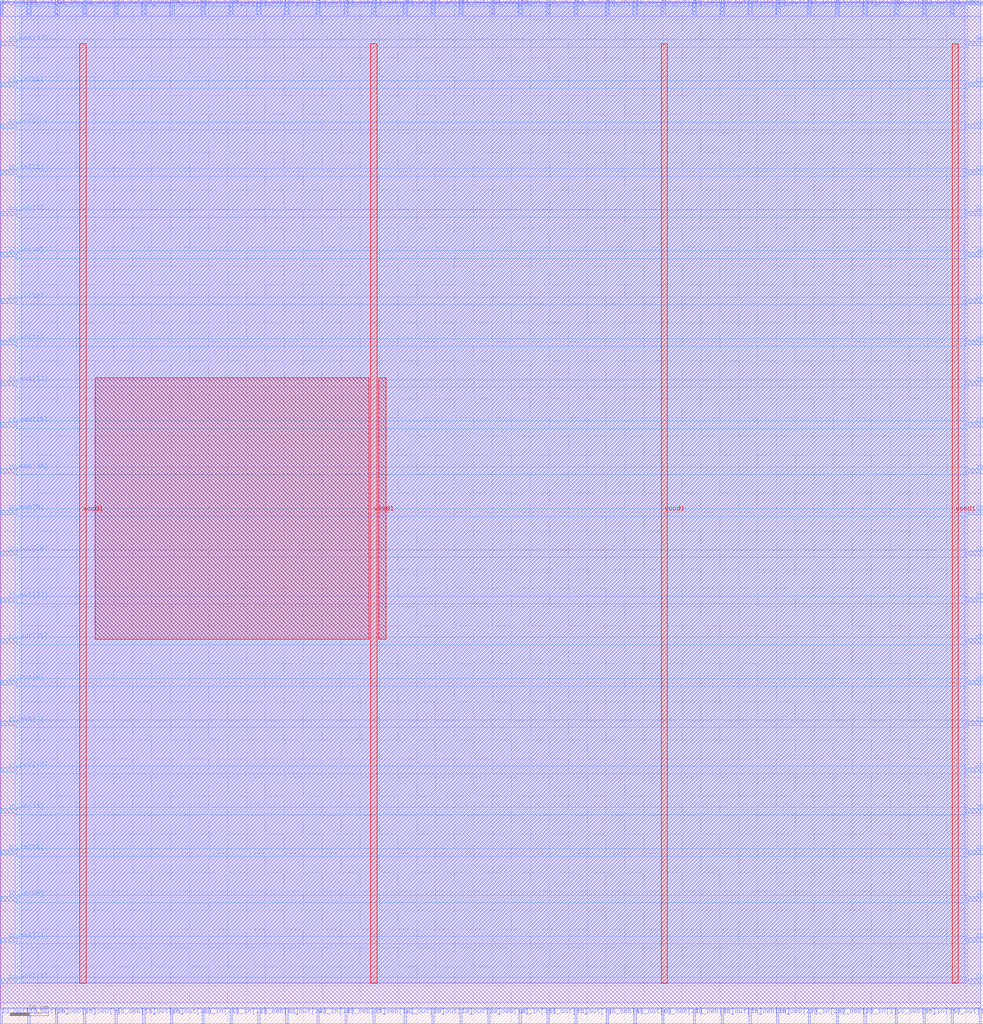
<source format=lef>
VERSION 5.7 ;
  NOWIREEXTENSIONATPIN ON ;
  DIVIDERCHAR "/" ;
  BUSBITCHARS "[]" ;
MACRO wrapped_ppm_coder
  CLASS BLOCK ;
  FOREIGN wrapped_ppm_coder ;
  ORIGIN 0.000 0.000 ;
  SIZE 259.535 BY 270.255 ;
  PIN active
    DIRECTION INPUT ;
    USE SIGNAL ;
    PORT
      LAYER met3 ;
        RECT 255.535 258.140 259.535 259.340 ;
    END
  END active
  PIN io_in[0]
    DIRECTION INPUT ;
    USE SIGNAL ;
    PORT
      LAYER met3 ;
        RECT 255.535 21.500 259.535 22.700 ;
    END
  END io_in[0]
  PIN io_in[10]
    DIRECTION INPUT ;
    USE SIGNAL ;
    PORT
      LAYER met2 ;
        RECT 60.670 266.255 61.230 270.255 ;
    END
  END io_in[10]
  PIN io_in[11]
    DIRECTION INPUT ;
    USE SIGNAL ;
    PORT
      LAYER met3 ;
        RECT 0.000 179.260 4.000 180.460 ;
    END
  END io_in[11]
  PIN io_in[12]
    DIRECTION INPUT ;
    USE SIGNAL ;
    PORT
      LAYER met2 ;
        RECT 236.390 266.255 236.950 270.255 ;
    END
  END io_in[12]
  PIN io_in[13]
    DIRECTION INPUT ;
    USE SIGNAL ;
    PORT
      LAYER met2 ;
        RECT 197.750 266.255 198.310 270.255 ;
    END
  END io_in[13]
  PIN io_in[14]
    DIRECTION INPUT ;
    USE SIGNAL ;
    PORT
      LAYER met3 ;
        RECT 0.000 202.380 4.000 203.580 ;
    END
  END io_in[14]
  PIN io_in[15]
    DIRECTION INPUT ;
    USE SIGNAL ;
    PORT
      LAYER met3 ;
        RECT 0.000 55.500 4.000 56.700 ;
    END
  END io_in[15]
  PIN io_in[16]
    DIRECTION INPUT ;
    USE SIGNAL ;
    PORT
      LAYER met2 ;
        RECT 114.030 266.255 114.590 270.255 ;
    END
  END io_in[16]
  PIN io_in[17]
    DIRECTION INPUT ;
    USE SIGNAL ;
    PORT
      LAYER met2 ;
        RECT 60.670 0.000 61.230 4.000 ;
    END
  END io_in[17]
  PIN io_in[18]
    DIRECTION INPUT ;
    USE SIGNAL ;
    PORT
      LAYER met3 ;
        RECT 0.000 44.620 4.000 45.820 ;
    END
  END io_in[18]
  PIN io_in[19]
    DIRECTION INPUT ;
    USE SIGNAL ;
    PORT
      LAYER met3 ;
        RECT 255.535 236.380 259.535 237.580 ;
    END
  END io_in[19]
  PIN io_in[1]
    DIRECTION INPUT ;
    USE SIGNAL ;
    PORT
      LAYER met2 ;
        RECT 228.110 0.000 228.670 4.000 ;
    END
  END io_in[1]
  PIN io_in[20]
    DIRECTION INPUT ;
    USE SIGNAL ;
    PORT
      LAYER met2 ;
        RECT 228.110 266.255 228.670 270.255 ;
    END
  END io_in[20]
  PIN io_in[21]
    DIRECTION INPUT ;
    USE SIGNAL ;
    PORT
      LAYER met3 ;
        RECT 0.000 224.140 4.000 225.340 ;
    END
  END io_in[21]
  PIN io_in[22]
    DIRECTION INPUT ;
    USE SIGNAL ;
    PORT
      LAYER met2 ;
        RECT 14.670 266.255 15.230 270.255 ;
    END
  END io_in[22]
  PIN io_in[23]
    DIRECTION INPUT ;
    USE SIGNAL ;
    PORT
      LAYER met3 ;
        RECT 255.535 89.500 259.535 90.700 ;
    END
  END io_in[23]
  PIN io_in[24]
    DIRECTION INPUT ;
    USE SIGNAL ;
    PORT
      LAYER met3 ;
        RECT 0.000 32.380 4.000 33.580 ;
    END
  END io_in[24]
  PIN io_in[25]
    DIRECTION INPUT ;
    USE SIGNAL ;
    PORT
      LAYER met2 ;
        RECT 22.030 266.255 22.590 270.255 ;
    END
  END io_in[25]
  PIN io_in[26]
    DIRECTION INPUT ;
    USE SIGNAL ;
    PORT
      LAYER met2 ;
        RECT 144.390 266.255 144.950 270.255 ;
    END
  END io_in[26]
  PIN io_in[27]
    DIRECTION INPUT ;
    USE SIGNAL ;
    PORT
      LAYER met3 ;
        RECT 255.535 247.260 259.535 248.460 ;
    END
  END io_in[27]
  PIN io_in[28]
    DIRECTION INPUT ;
    USE SIGNAL ;
    PORT
      LAYER met2 ;
        RECT 213.390 0.000 213.950 4.000 ;
    END
  END io_in[28]
  PIN io_in[29]
    DIRECTION INPUT ;
    USE SIGNAL ;
    PORT
      LAYER met3 ;
        RECT 255.535 44.620 259.535 45.820 ;
    END
  END io_in[29]
  PIN io_in[2]
    DIRECTION INPUT ;
    USE SIGNAL ;
    PORT
      LAYER met2 ;
        RECT 137.030 266.255 137.590 270.255 ;
    END
  END io_in[2]
  PIN io_in[30]
    DIRECTION INPUT ;
    USE SIGNAL ;
    PORT
      LAYER met2 ;
        RECT 137.030 0.000 137.590 4.000 ;
    END
  END io_in[30]
  PIN io_in[31]
    DIRECTION INPUT ;
    USE SIGNAL ;
    PORT
      LAYER met3 ;
        RECT 255.535 111.260 259.535 112.460 ;
    END
  END io_in[31]
  PIN io_in[32]
    DIRECTION INPUT ;
    USE SIGNAL ;
    PORT
      LAYER met3 ;
        RECT 0.000 190.140 4.000 191.340 ;
    END
  END io_in[32]
  PIN io_in[33]
    DIRECTION INPUT ;
    USE SIGNAL ;
    PORT
      LAYER met2 ;
        RECT 53.310 0.000 53.870 4.000 ;
    END
  END io_in[33]
  PIN io_in[34]
    DIRECTION INPUT ;
    USE SIGNAL ;
    PORT
      LAYER met2 ;
        RECT 83.670 0.000 84.230 4.000 ;
    END
  END io_in[34]
  PIN io_in[35]
    DIRECTION INPUT ;
    USE SIGNAL ;
    PORT
      LAYER met2 ;
        RECT 243.750 0.000 244.310 4.000 ;
    END
  END io_in[35]
  PIN io_in[36]
    DIRECTION INPUT ;
    USE SIGNAL ;
    PORT
      LAYER met3 ;
        RECT 0.000 247.260 4.000 248.460 ;
    END
  END io_in[36]
  PIN io_in[37]
    DIRECTION INPUT ;
    USE SIGNAL ;
    PORT
      LAYER met2 ;
        RECT 106.670 266.255 107.230 270.255 ;
    END
  END io_in[37]
  PIN io_in[3]
    DIRECTION INPUT ;
    USE SIGNAL ;
    PORT
      LAYER met3 ;
        RECT 255.535 55.500 259.535 56.700 ;
    END
  END io_in[3]
  PIN io_in[4]
    DIRECTION INPUT ;
    USE SIGNAL ;
    PORT
      LAYER met3 ;
        RECT 255.535 123.500 259.535 124.700 ;
    END
  END io_in[4]
  PIN io_in[5]
    DIRECTION INPUT ;
    USE SIGNAL ;
    PORT
      LAYER met2 ;
        RECT 160.030 266.255 160.590 270.255 ;
    END
  END io_in[5]
  PIN io_in[6]
    DIRECTION INPUT ;
    USE SIGNAL ;
    PORT
      LAYER met3 ;
        RECT 255.535 78.620 259.535 79.820 ;
    END
  END io_in[6]
  PIN io_in[7]
    DIRECTION INPUT ;
    USE SIGNAL ;
    PORT
      LAYER met2 ;
        RECT 167.390 266.255 167.950 270.255 ;
    END
  END io_in[7]
  PIN io_in[8]
    DIRECTION INPUT ;
    USE SIGNAL ;
    PORT
      LAYER met2 ;
        RECT 183.030 266.255 183.590 270.255 ;
    END
  END io_in[8]
  PIN io_in[9]
    DIRECTION INPUT ;
    USE SIGNAL ;
    PORT
      LAYER met2 ;
        RECT 213.390 266.255 213.950 270.255 ;
    END
  END io_in[9]
  PIN io_oeb[0]
    DIRECTION OUTPUT TRISTATE ;
    USE SIGNAL ;
    PORT
      LAYER met3 ;
        RECT 255.535 269.020 259.535 270.220 ;
    END
  END io_oeb[0]
  PIN io_oeb[10]
    DIRECTION OUTPUT TRISTATE ;
    USE SIGNAL ;
    PORT
      LAYER met3 ;
        RECT 255.535 213.260 259.535 214.460 ;
    END
  END io_oeb[10]
  PIN io_oeb[11]
    DIRECTION OUTPUT TRISTATE ;
    USE SIGNAL ;
    PORT
      LAYER met2 ;
        RECT 30.310 0.000 30.870 4.000 ;
    END
  END io_oeb[11]
  PIN io_oeb[12]
    DIRECTION OUTPUT TRISTATE ;
    USE SIGNAL ;
    PORT
      LAYER met2 ;
        RECT 75.390 266.255 75.950 270.255 ;
    END
  END io_oeb[12]
  PIN io_oeb[13]
    DIRECTION OUTPUT TRISTATE ;
    USE SIGNAL ;
    PORT
      LAYER met2 ;
        RECT 98.390 0.000 98.950 4.000 ;
    END
  END io_oeb[13]
  PIN io_oeb[14]
    DIRECTION OUTPUT TRISTATE ;
    USE SIGNAL ;
    PORT
      LAYER met2 ;
        RECT 128.750 0.000 129.310 4.000 ;
    END
  END io_oeb[14]
  PIN io_oeb[15]
    DIRECTION OUTPUT TRISTATE ;
    USE SIGNAL ;
    PORT
      LAYER met3 ;
        RECT 255.535 224.140 259.535 225.340 ;
    END
  END io_oeb[15]
  PIN io_oeb[16]
    DIRECTION OUTPUT TRISTATE ;
    USE SIGNAL ;
    PORT
      LAYER met2 ;
        RECT 197.750 0.000 198.310 4.000 ;
    END
  END io_oeb[16]
  PIN io_oeb[17]
    DIRECTION OUTPUT TRISTATE ;
    USE SIGNAL ;
    PORT
      LAYER met3 ;
        RECT 255.535 157.500 259.535 158.700 ;
    END
  END io_oeb[17]
  PIN io_oeb[18]
    DIRECTION OUTPUT TRISTATE ;
    USE SIGNAL ;
    PORT
      LAYER met2 ;
        RECT 129.670 266.255 130.230 270.255 ;
    END
  END io_oeb[18]
  PIN io_oeb[19]
    DIRECTION OUTPUT TRISTATE ;
    USE SIGNAL ;
    PORT
      LAYER met3 ;
        RECT 0.000 157.500 4.000 158.700 ;
    END
  END io_oeb[19]
  PIN io_oeb[1]
    DIRECTION OUTPUT TRISTATE ;
    USE SIGNAL ;
    PORT
      LAYER met2 ;
        RECT 91.030 266.255 91.590 270.255 ;
    END
  END io_oeb[1]
  PIN io_oeb[20]
    DIRECTION OUTPUT TRISTATE ;
    USE SIGNAL ;
    PORT
      LAYER met2 ;
        RECT 151.750 266.255 152.310 270.255 ;
    END
  END io_oeb[20]
  PIN io_oeb[21]
    DIRECTION OUTPUT TRISTATE ;
    USE SIGNAL ;
    PORT
      LAYER met2 ;
        RECT 174.750 0.000 175.310 4.000 ;
    END
  END io_oeb[21]
  PIN io_oeb[22]
    DIRECTION OUTPUT TRISTATE ;
    USE SIGNAL ;
    PORT
      LAYER met2 ;
        RECT 68.030 0.000 68.590 4.000 ;
    END
  END io_oeb[22]
  PIN io_oeb[23]
    DIRECTION OUTPUT TRISTATE ;
    USE SIGNAL ;
    PORT
      LAYER met3 ;
        RECT 255.535 32.380 259.535 33.580 ;
    END
  END io_oeb[23]
  PIN io_oeb[24]
    DIRECTION OUTPUT TRISTATE ;
    USE SIGNAL ;
    PORT
      LAYER met2 ;
        RECT 98.390 266.255 98.950 270.255 ;
    END
  END io_oeb[24]
  PIN io_oeb[25]
    DIRECTION OUTPUT TRISTATE ;
    USE SIGNAL ;
    PORT
      LAYER met3 ;
        RECT 255.535 168.380 259.535 169.580 ;
    END
  END io_oeb[25]
  PIN io_oeb[26]
    DIRECTION OUTPUT TRISTATE ;
    USE SIGNAL ;
    PORT
      LAYER met2 ;
        RECT 14.670 0.000 15.230 4.000 ;
    END
  END io_oeb[26]
  PIN io_oeb[27]
    DIRECTION OUTPUT TRISTATE ;
    USE SIGNAL ;
    PORT
      LAYER met2 ;
        RECT 205.110 0.000 205.670 4.000 ;
    END
  END io_oeb[27]
  PIN io_oeb[28]
    DIRECTION OUTPUT TRISTATE ;
    USE SIGNAL ;
    PORT
      LAYER met3 ;
        RECT 255.535 10.620 259.535 11.820 ;
    END
  END io_oeb[28]
  PIN io_oeb[29]
    DIRECTION OUTPUT TRISTATE ;
    USE SIGNAL ;
    PORT
      LAYER met2 ;
        RECT 251.110 266.255 251.670 270.255 ;
    END
  END io_oeb[29]
  PIN io_oeb[2]
    DIRECTION OUTPUT TRISTATE ;
    USE SIGNAL ;
    PORT
      LAYER met2 ;
        RECT -0.050 266.255 0.510 270.255 ;
    END
  END io_oeb[2]
  PIN io_oeb[30]
    DIRECTION OUTPUT TRISTATE ;
    USE SIGNAL ;
    PORT
      LAYER met2 ;
        RECT 183.030 0.000 183.590 4.000 ;
    END
  END io_oeb[30]
  PIN io_oeb[31]
    DIRECTION OUTPUT TRISTATE ;
    USE SIGNAL ;
    PORT
      LAYER met2 ;
        RECT 91.030 0.000 91.590 4.000 ;
    END
  END io_oeb[31]
  PIN io_oeb[32]
    DIRECTION OUTPUT TRISTATE ;
    USE SIGNAL ;
    PORT
      LAYER met3 ;
        RECT 0.000 258.140 4.000 259.340 ;
    END
  END io_oeb[32]
  PIN io_oeb[33]
    DIRECTION OUTPUT TRISTATE ;
    USE SIGNAL ;
    PORT
      LAYER met3 ;
        RECT 255.535 190.140 259.535 191.340 ;
    END
  END io_oeb[33]
  PIN io_oeb[34]
    DIRECTION OUTPUT TRISTATE ;
    USE SIGNAL ;
    PORT
      LAYER met3 ;
        RECT 0.000 145.260 4.000 146.460 ;
    END
  END io_oeb[34]
  PIN io_oeb[35]
    DIRECTION OUTPUT TRISTATE ;
    USE SIGNAL ;
    PORT
      LAYER met2 ;
        RECT 236.390 0.000 236.950 4.000 ;
    END
  END io_oeb[35]
  PIN io_oeb[36]
    DIRECTION OUTPUT TRISTATE ;
    USE SIGNAL ;
    PORT
      LAYER met2 ;
        RECT 37.670 266.255 38.230 270.255 ;
    END
  END io_oeb[36]
  PIN io_oeb[37]
    DIRECTION OUTPUT TRISTATE ;
    USE SIGNAL ;
    PORT
      LAYER met2 ;
        RECT 68.030 266.255 68.590 270.255 ;
    END
  END io_oeb[37]
  PIN io_oeb[3]
    DIRECTION OUTPUT TRISTATE ;
    USE SIGNAL ;
    PORT
      LAYER met3 ;
        RECT 0.000 213.260 4.000 214.460 ;
    END
  END io_oeb[3]
  PIN io_oeb[4]
    DIRECTION OUTPUT TRISTATE ;
    USE SIGNAL ;
    PORT
      LAYER met2 ;
        RECT 160.030 0.000 160.590 4.000 ;
    END
  END io_oeb[4]
  PIN io_oeb[5]
    DIRECTION OUTPUT TRISTATE ;
    USE SIGNAL ;
    PORT
      LAYER met2 ;
        RECT 22.030 0.000 22.590 4.000 ;
    END
  END io_oeb[5]
  PIN io_oeb[6]
    DIRECTION OUTPUT TRISTATE ;
    USE SIGNAL ;
    PORT
      LAYER met3 ;
        RECT 0.000 134.380 4.000 135.580 ;
    END
  END io_oeb[6]
  PIN io_oeb[7]
    DIRECTION OUTPUT TRISTATE ;
    USE SIGNAL ;
    PORT
      LAYER met2 ;
        RECT 220.750 0.000 221.310 4.000 ;
    END
  END io_oeb[7]
  PIN io_oeb[8]
    DIRECTION OUTPUT TRISTATE ;
    USE SIGNAL ;
    PORT
      LAYER met3 ;
        RECT 255.535 134.380 259.535 135.580 ;
    END
  END io_oeb[8]
  PIN io_oeb[9]
    DIRECTION OUTPUT TRISTATE ;
    USE SIGNAL ;
    PORT
      LAYER met3 ;
        RECT 255.535 66.380 259.535 67.580 ;
    END
  END io_oeb[9]
  PIN io_out[0]
    DIRECTION OUTPUT TRISTATE ;
    USE SIGNAL ;
    PORT
      LAYER met2 ;
        RECT 167.390 0.000 167.950 4.000 ;
    END
  END io_out[0]
  PIN io_out[10]
    DIRECTION OUTPUT TRISTATE ;
    USE SIGNAL ;
    PORT
      LAYER met3 ;
        RECT 0.000 236.380 4.000 237.580 ;
    END
  END io_out[10]
  PIN io_out[11]
    DIRECTION OUTPUT TRISTATE ;
    USE SIGNAL ;
    PORT
      LAYER met2 ;
        RECT 258.470 0.000 259.030 4.000 ;
    END
  END io_out[11]
  PIN io_out[12]
    DIRECTION OUTPUT TRISTATE ;
    USE SIGNAL ;
    PORT
      LAYER met3 ;
        RECT 0.000 168.380 4.000 169.580 ;
    END
  END io_out[12]
  PIN io_out[13]
    DIRECTION OUTPUT TRISTATE ;
    USE SIGNAL ;
    PORT
      LAYER met3 ;
        RECT 0.000 10.620 4.000 11.820 ;
    END
  END io_out[13]
  PIN io_out[14]
    DIRECTION OUTPUT TRISTATE ;
    USE SIGNAL ;
    PORT
      LAYER met3 ;
        RECT 255.535 179.260 259.535 180.460 ;
    END
  END io_out[14]
  PIN io_out[15]
    DIRECTION OUTPUT TRISTATE ;
    USE SIGNAL ;
    PORT
      LAYER met2 ;
        RECT 190.390 0.000 190.950 4.000 ;
    END
  END io_out[15]
  PIN io_out[16]
    DIRECTION OUTPUT TRISTATE ;
    USE SIGNAL ;
    PORT
      LAYER met3 ;
        RECT 255.535 202.380 259.535 203.580 ;
    END
  END io_out[16]
  PIN io_out[17]
    DIRECTION OUTPUT TRISTATE ;
    USE SIGNAL ;
    PORT
      LAYER met2 ;
        RECT 114.030 0.000 114.590 4.000 ;
    END
  END io_out[17]
  PIN io_out[18]
    DIRECTION OUTPUT TRISTATE ;
    USE SIGNAL ;
    PORT
      LAYER met3 ;
        RECT 0.000 66.380 4.000 67.580 ;
    END
  END io_out[18]
  PIN io_out[19]
    DIRECTION OUTPUT TRISTATE ;
    USE SIGNAL ;
    PORT
      LAYER met3 ;
        RECT 0.000 123.500 4.000 124.700 ;
    END
  END io_out[19]
  PIN io_out[1]
    DIRECTION OUTPUT TRISTATE ;
    USE SIGNAL ;
    PORT
      LAYER met2 ;
        RECT -0.050 0.000 0.510 4.000 ;
    END
  END io_out[1]
  PIN io_out[20]
    DIRECTION OUTPUT TRISTATE ;
    USE SIGNAL ;
    PORT
      LAYER met2 ;
        RECT 144.390 0.000 144.950 4.000 ;
    END
  END io_out[20]
  PIN io_out[21]
    DIRECTION OUTPUT TRISTATE ;
    USE SIGNAL ;
    PORT
      LAYER met2 ;
        RECT 53.310 266.255 53.870 270.255 ;
    END
  END io_out[21]
  PIN io_out[22]
    DIRECTION OUTPUT TRISTATE ;
    USE SIGNAL ;
    PORT
      LAYER met2 ;
        RECT 121.390 266.255 121.950 270.255 ;
    END
  END io_out[22]
  PIN io_out[23]
    DIRECTION OUTPUT TRISTATE ;
    USE SIGNAL ;
    PORT
      LAYER met2 ;
        RECT 190.390 266.255 190.950 270.255 ;
    END
  END io_out[23]
  PIN io_out[24]
    DIRECTION OUTPUT TRISTATE ;
    USE SIGNAL ;
    PORT
      LAYER met3 ;
        RECT 0.000 21.500 4.000 22.700 ;
    END
  END io_out[24]
  PIN io_out[25]
    DIRECTION OUTPUT TRISTATE ;
    USE SIGNAL ;
    PORT
      LAYER met2 ;
        RECT 37.670 0.000 38.230 4.000 ;
    END
  END io_out[25]
  PIN io_out[26]
    DIRECTION OUTPUT TRISTATE ;
    USE SIGNAL ;
    PORT
      LAYER met2 ;
        RECT 7.310 0.000 7.870 4.000 ;
    END
  END io_out[26]
  PIN io_out[27]
    DIRECTION OUTPUT TRISTATE ;
    USE SIGNAL ;
    PORT
      LAYER met2 ;
        RECT 220.750 266.255 221.310 270.255 ;
    END
  END io_out[27]
  PIN io_out[28]
    DIRECTION OUTPUT TRISTATE ;
    USE SIGNAL ;
    PORT
      LAYER met2 ;
        RECT 174.750 266.255 175.310 270.255 ;
    END
  END io_out[28]
  PIN io_out[29]
    DIRECTION OUTPUT TRISTATE ;
    USE SIGNAL ;
    PORT
      LAYER met2 ;
        RECT 106.670 0.000 107.230 4.000 ;
    END
  END io_out[29]
  PIN io_out[2]
    DIRECTION OUTPUT TRISTATE ;
    USE SIGNAL ;
    PORT
      LAYER met2 ;
        RECT 243.750 266.255 244.310 270.255 ;
    END
  END io_out[2]
  PIN io_out[30]
    DIRECTION OUTPUT TRISTATE ;
    USE SIGNAL ;
    PORT
      LAYER met2 ;
        RECT 251.110 0.000 251.670 4.000 ;
    END
  END io_out[30]
  PIN io_out[31]
    DIRECTION OUTPUT TRISTATE ;
    USE SIGNAL ;
    PORT
      LAYER met2 ;
        RECT 30.310 266.255 30.870 270.255 ;
    END
  END io_out[31]
  PIN io_out[32]
    DIRECTION OUTPUT TRISTATE ;
    USE SIGNAL ;
    PORT
      LAYER met3 ;
        RECT 0.000 111.260 4.000 112.460 ;
    END
  END io_out[32]
  PIN io_out[33]
    DIRECTION OUTPUT TRISTATE ;
    USE SIGNAL ;
    PORT
      LAYER met2 ;
        RECT 45.030 0.000 45.590 4.000 ;
    END
  END io_out[33]
  PIN io_out[34]
    DIRECTION OUTPUT TRISTATE ;
    USE SIGNAL ;
    PORT
      LAYER met2 ;
        RECT 75.390 0.000 75.950 4.000 ;
    END
  END io_out[34]
  PIN io_out[35]
    DIRECTION OUTPUT TRISTATE ;
    USE SIGNAL ;
    PORT
      LAYER met3 ;
        RECT 0.000 100.380 4.000 101.580 ;
    END
  END io_out[35]
  PIN io_out[36]
    DIRECTION OUTPUT TRISTATE ;
    USE SIGNAL ;
    PORT
      LAYER met3 ;
        RECT 255.535 145.260 259.535 146.460 ;
    END
  END io_out[36]
  PIN io_out[37]
    DIRECTION OUTPUT TRISTATE ;
    USE SIGNAL ;
    PORT
      LAYER met2 ;
        RECT 121.390 0.000 121.950 4.000 ;
    END
  END io_out[37]
  PIN io_out[3]
    DIRECTION OUTPUT TRISTATE ;
    USE SIGNAL ;
    PORT
      LAYER met3 ;
        RECT 0.000 78.620 4.000 79.820 ;
    END
  END io_out[3]
  PIN io_out[4]
    DIRECTION OUTPUT TRISTATE ;
    USE SIGNAL ;
    PORT
      LAYER met2 ;
        RECT 205.110 266.255 205.670 270.255 ;
    END
  END io_out[4]
  PIN io_out[5]
    DIRECTION OUTPUT TRISTATE ;
    USE SIGNAL ;
    PORT
      LAYER met2 ;
        RECT 45.030 266.255 45.590 270.255 ;
    END
  END io_out[5]
  PIN io_out[6]
    DIRECTION OUTPUT TRISTATE ;
    USE SIGNAL ;
    PORT
      LAYER met2 ;
        RECT 83.670 266.255 84.230 270.255 ;
    END
  END io_out[6]
  PIN io_out[7]
    DIRECTION OUTPUT TRISTATE ;
    USE SIGNAL ;
    PORT
      LAYER met2 ;
        RECT 151.750 0.000 152.310 4.000 ;
    END
  END io_out[7]
  PIN io_out[8]
    DIRECTION OUTPUT TRISTATE ;
    USE SIGNAL ;
    PORT
      LAYER met3 ;
        RECT 0.000 89.500 4.000 90.700 ;
    END
  END io_out[8]
  PIN io_out[9]
    DIRECTION OUTPUT TRISTATE ;
    USE SIGNAL ;
    PORT
      LAYER met2 ;
        RECT 7.310 266.255 7.870 270.255 ;
    END
  END io_out[9]
  PIN vccd1
    DIRECTION INPUT ;
    USE POWER ;
    PORT
      LAYER met4 ;
        RECT 21.040 10.640 22.640 258.640 ;
    END
    PORT
      LAYER met4 ;
        RECT 174.640 10.640 176.240 258.640 ;
    END
  END vccd1
  PIN vssd1
    DIRECTION INPUT ;
    USE GROUND ;
    PORT
      LAYER met4 ;
        RECT 97.840 10.640 99.440 258.640 ;
    END
    PORT
      LAYER met4 ;
        RECT 251.440 10.640 253.040 258.640 ;
    END
  END vssd1
  PIN wb_clk_i
    DIRECTION INPUT ;
    USE SIGNAL ;
    PORT
      LAYER met3 ;
        RECT 255.535 100.380 259.535 101.580 ;
    END
  END wb_clk_i
  OBS
      LAYER li1 ;
        RECT 5.520 10.795 254.695 269.535 ;
      LAYER met1 ;
        RECT 0.070 5.480 258.910 269.580 ;
      LAYER met2 ;
        RECT 0.790 265.975 7.030 269.805 ;
        RECT 8.150 265.975 14.390 269.805 ;
        RECT 15.510 265.975 21.750 269.805 ;
        RECT 22.870 265.975 30.030 269.805 ;
        RECT 31.150 265.975 37.390 269.805 ;
        RECT 38.510 265.975 44.750 269.805 ;
        RECT 45.870 265.975 53.030 269.805 ;
        RECT 54.150 265.975 60.390 269.805 ;
        RECT 61.510 265.975 67.750 269.805 ;
        RECT 68.870 265.975 75.110 269.805 ;
        RECT 76.230 265.975 83.390 269.805 ;
        RECT 84.510 265.975 90.750 269.805 ;
        RECT 91.870 265.975 98.110 269.805 ;
        RECT 99.230 265.975 106.390 269.805 ;
        RECT 107.510 265.975 113.750 269.805 ;
        RECT 114.870 265.975 121.110 269.805 ;
        RECT 122.230 265.975 129.390 269.805 ;
        RECT 130.510 265.975 136.750 269.805 ;
        RECT 137.870 265.975 144.110 269.805 ;
        RECT 145.230 265.975 151.470 269.805 ;
        RECT 152.590 265.975 159.750 269.805 ;
        RECT 160.870 265.975 167.110 269.805 ;
        RECT 168.230 265.975 174.470 269.805 ;
        RECT 175.590 265.975 182.750 269.805 ;
        RECT 183.870 265.975 190.110 269.805 ;
        RECT 191.230 265.975 197.470 269.805 ;
        RECT 198.590 265.975 204.830 269.805 ;
        RECT 205.950 265.975 213.110 269.805 ;
        RECT 214.230 265.975 220.470 269.805 ;
        RECT 221.590 265.975 227.830 269.805 ;
        RECT 228.950 265.975 236.110 269.805 ;
        RECT 237.230 265.975 243.470 269.805 ;
        RECT 244.590 265.975 250.830 269.805 ;
        RECT 251.950 265.975 258.880 269.805 ;
        RECT 0.100 4.280 258.880 265.975 ;
        RECT 0.790 4.000 7.030 4.280 ;
        RECT 8.150 4.000 14.390 4.280 ;
        RECT 15.510 4.000 21.750 4.280 ;
        RECT 22.870 4.000 30.030 4.280 ;
        RECT 31.150 4.000 37.390 4.280 ;
        RECT 38.510 4.000 44.750 4.280 ;
        RECT 45.870 4.000 53.030 4.280 ;
        RECT 54.150 4.000 60.390 4.280 ;
        RECT 61.510 4.000 67.750 4.280 ;
        RECT 68.870 4.000 75.110 4.280 ;
        RECT 76.230 4.000 83.390 4.280 ;
        RECT 84.510 4.000 90.750 4.280 ;
        RECT 91.870 4.000 98.110 4.280 ;
        RECT 99.230 4.000 106.390 4.280 ;
        RECT 107.510 4.000 113.750 4.280 ;
        RECT 114.870 4.000 121.110 4.280 ;
        RECT 122.230 4.000 128.470 4.280 ;
        RECT 129.590 4.000 136.750 4.280 ;
        RECT 137.870 4.000 144.110 4.280 ;
        RECT 145.230 4.000 151.470 4.280 ;
        RECT 152.590 4.000 159.750 4.280 ;
        RECT 160.870 4.000 167.110 4.280 ;
        RECT 168.230 4.000 174.470 4.280 ;
        RECT 175.590 4.000 182.750 4.280 ;
        RECT 183.870 4.000 190.110 4.280 ;
        RECT 191.230 4.000 197.470 4.280 ;
        RECT 198.590 4.000 204.830 4.280 ;
        RECT 205.950 4.000 213.110 4.280 ;
        RECT 214.230 4.000 220.470 4.280 ;
        RECT 221.590 4.000 227.830 4.280 ;
        RECT 228.950 4.000 236.110 4.280 ;
        RECT 237.230 4.000 243.470 4.280 ;
        RECT 244.590 4.000 250.830 4.280 ;
        RECT 251.950 4.000 258.190 4.280 ;
      LAYER met3 ;
        RECT 4.000 268.620 255.135 269.785 ;
        RECT 4.000 259.740 255.535 268.620 ;
        RECT 4.400 257.740 255.135 259.740 ;
        RECT 4.000 248.860 255.535 257.740 ;
        RECT 4.400 246.860 255.135 248.860 ;
        RECT 4.000 237.980 255.535 246.860 ;
        RECT 4.400 235.980 255.135 237.980 ;
        RECT 4.000 225.740 255.535 235.980 ;
        RECT 4.400 223.740 255.135 225.740 ;
        RECT 4.000 214.860 255.535 223.740 ;
        RECT 4.400 212.860 255.135 214.860 ;
        RECT 4.000 203.980 255.535 212.860 ;
        RECT 4.400 201.980 255.135 203.980 ;
        RECT 4.000 191.740 255.535 201.980 ;
        RECT 4.400 189.740 255.135 191.740 ;
        RECT 4.000 180.860 255.535 189.740 ;
        RECT 4.400 178.860 255.135 180.860 ;
        RECT 4.000 169.980 255.535 178.860 ;
        RECT 4.400 167.980 255.135 169.980 ;
        RECT 4.000 159.100 255.535 167.980 ;
        RECT 4.400 157.100 255.135 159.100 ;
        RECT 4.000 146.860 255.535 157.100 ;
        RECT 4.400 144.860 255.135 146.860 ;
        RECT 4.000 135.980 255.535 144.860 ;
        RECT 4.400 133.980 255.135 135.980 ;
        RECT 4.000 125.100 255.535 133.980 ;
        RECT 4.400 123.100 255.135 125.100 ;
        RECT 4.000 112.860 255.535 123.100 ;
        RECT 4.400 110.860 255.135 112.860 ;
        RECT 4.000 101.980 255.535 110.860 ;
        RECT 4.400 99.980 255.135 101.980 ;
        RECT 4.000 91.100 255.535 99.980 ;
        RECT 4.400 89.100 255.135 91.100 ;
        RECT 4.000 80.220 255.535 89.100 ;
        RECT 4.400 78.220 255.135 80.220 ;
        RECT 4.000 67.980 255.535 78.220 ;
        RECT 4.400 65.980 255.135 67.980 ;
        RECT 4.000 57.100 255.535 65.980 ;
        RECT 4.400 55.100 255.135 57.100 ;
        RECT 4.000 46.220 255.535 55.100 ;
        RECT 4.400 44.220 255.135 46.220 ;
        RECT 4.000 33.980 255.535 44.220 ;
        RECT 4.400 31.980 255.135 33.980 ;
        RECT 4.000 23.100 255.535 31.980 ;
        RECT 4.400 21.100 255.135 23.100 ;
        RECT 4.000 12.220 255.535 21.100 ;
        RECT 4.400 10.715 255.135 12.220 ;
      LAYER met4 ;
        RECT 25.135 101.495 97.440 170.505 ;
        RECT 99.840 101.495 101.825 170.505 ;
  END
END wrapped_ppm_coder
END LIBRARY


</source>
